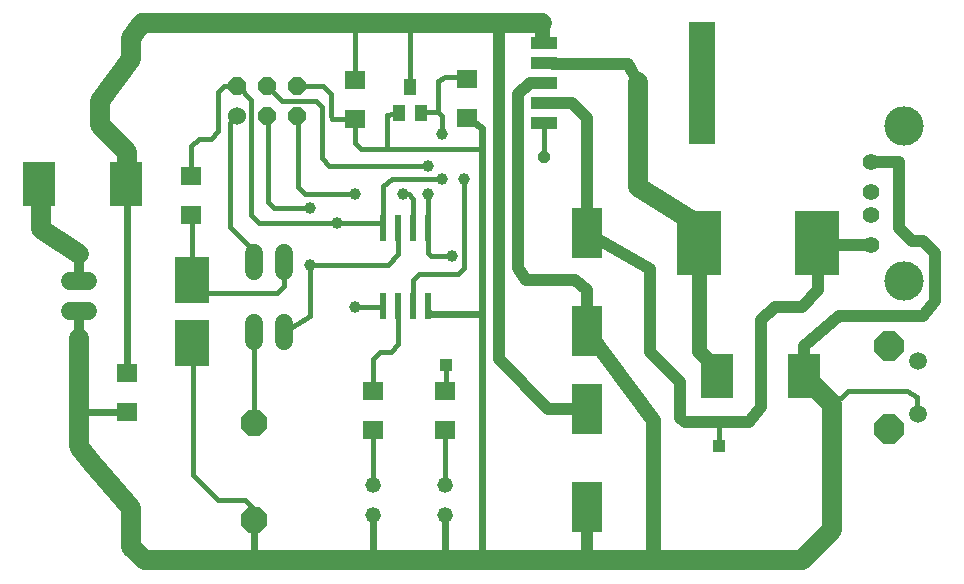
<source format=gtl>
G75*
G70*
%OFA0B0*%
%FSLAX24Y24*%
%IPPOS*%
%LPD*%
%AMOC8*
5,1,8,0,0,1.08239X$1,22.5*
%
%ADD10R,0.0236X0.0900*%
%ADD11R,0.0850X0.0420*%
%ADD12R,0.0850X0.4100*%
%ADD13R,0.1100X0.1500*%
%ADD14C,0.0520*%
%ADD15R,0.0709X0.0630*%
%ADD16R,0.0394X0.0551*%
%ADD17C,0.0600*%
%ADD18OC8,0.0600*%
%ADD19C,0.0600*%
%ADD20C,0.0560*%
%ADD21C,0.1310*%
%ADD22R,0.1516X0.2165*%
%ADD23R,0.0984X0.1693*%
%ADD24C,0.0591*%
%ADD25OC8,0.0984*%
%ADD26OC8,0.0850*%
%ADD27R,0.1181X0.1575*%
%ADD28C,0.0240*%
%ADD29C,0.0400*%
%ADD30C,0.0500*%
%ADD31C,0.0660*%
%ADD32C,0.0160*%
%ADD33C,0.0320*%
%ADD34C,0.0396*%
%ADD35OC8,0.0396*%
%ADD36R,0.0396X0.0396*%
D10*
X012654Y009212D03*
X013154Y009212D03*
X013654Y009212D03*
X014154Y009212D03*
X014154Y011834D03*
X013654Y011834D03*
X013154Y011834D03*
X012654Y011834D03*
D11*
X018020Y015310D03*
X018020Y015980D03*
X018020Y016650D03*
X018020Y017320D03*
X018020Y017990D03*
D12*
X023275Y016650D03*
D13*
X023782Y006876D03*
X026682Y006876D03*
X004090Y013280D03*
X001190Y013280D03*
D14*
X012300Y003250D03*
X012300Y002250D03*
X014700Y002250D03*
X014700Y003250D03*
D15*
X014700Y005099D03*
X014700Y006401D03*
X012300Y006401D03*
X012300Y005099D03*
X004100Y005699D03*
X004100Y007001D03*
X006250Y012249D03*
X006250Y013551D03*
X011700Y015449D03*
X011700Y016751D03*
X015453Y016801D03*
X015453Y015499D03*
D16*
X013918Y015667D03*
X013170Y015667D03*
X013544Y016533D03*
D17*
X007785Y015550D03*
D18*
X008785Y015550D03*
X009785Y015550D03*
X009785Y016550D03*
X008785Y016550D03*
X007785Y016550D03*
D19*
X008350Y010988D02*
X008350Y010388D01*
X009350Y010388D02*
X009350Y010988D01*
X009350Y008650D02*
X009350Y008050D01*
X008350Y008050D02*
X008350Y008650D01*
X002800Y009050D02*
X002200Y009050D01*
X002200Y010050D02*
X002800Y010050D01*
D20*
X028924Y011262D03*
X028924Y012242D03*
X028924Y013032D03*
X028924Y014012D03*
D21*
X029994Y015222D03*
X029994Y010052D03*
D22*
X027097Y011312D03*
X023180Y011312D03*
D23*
X019450Y011653D03*
X019450Y008385D03*
X019450Y005797D03*
X019450Y002530D03*
D24*
X030476Y005615D03*
X030476Y007387D03*
D25*
X029492Y007879D03*
X029492Y005123D03*
D26*
X008350Y005334D03*
X008350Y002105D03*
D27*
X006281Y007995D03*
X006281Y010081D03*
D28*
X004100Y007001D02*
X004100Y013250D01*
X014166Y008950D02*
X015950Y008950D01*
X015950Y000850D01*
X014700Y000850D02*
X014700Y002250D01*
X012300Y002250D02*
X012300Y000750D01*
X008350Y000700D02*
X008350Y002105D01*
X004100Y005699D02*
X002500Y005699D01*
X002500Y005700D01*
X015950Y008950D02*
X015950Y014450D01*
X015950Y015150D01*
X015500Y015450D01*
D29*
X017150Y016300D02*
X017550Y016650D01*
X018020Y016650D01*
X017150Y016300D02*
X017150Y010500D01*
X017400Y010100D01*
X019050Y010100D01*
X019450Y009750D01*
X019450Y008385D01*
X021550Y007700D02*
X022550Y006700D01*
X022550Y005500D01*
X022700Y005350D01*
X024850Y005350D01*
X025250Y005850D01*
X025250Y008700D01*
X025250Y008750D02*
X025700Y009200D01*
X026600Y009200D01*
X027150Y009750D01*
X027150Y010700D01*
X027250Y010700D02*
X027250Y011150D01*
X027200Y011200D01*
X027230Y011245D02*
X028907Y011245D01*
X028924Y011262D01*
X029825Y011835D02*
X029825Y014010D01*
X029820Y014015D01*
X028925Y014015D01*
X029830Y011830D02*
X029850Y011830D01*
X030280Y011400D01*
X030640Y011400D01*
X031050Y010990D01*
X031050Y009400D01*
X030650Y008900D01*
X027850Y008900D01*
X026682Y007882D01*
X026682Y006876D01*
X021550Y007700D02*
X021550Y010453D01*
X019450Y011653D01*
X019450Y011700D02*
X019450Y015500D01*
X018950Y016000D01*
X018040Y016000D01*
X018020Y015980D01*
X018020Y017320D02*
X018490Y017300D01*
X020800Y017300D01*
X021150Y016700D01*
X016500Y018600D02*
X016500Y007450D01*
X018150Y005800D01*
X019400Y005800D01*
X019450Y002530D02*
X019450Y000700D01*
X023180Y011312D02*
X023180Y011920D01*
D30*
X023180Y011312D02*
X023180Y007720D01*
X023600Y007300D01*
X023600Y007058D01*
X023782Y006876D01*
X021650Y005435D02*
X021650Y000800D01*
X021650Y005435D02*
X019450Y008385D01*
X017950Y018050D02*
X017950Y018650D01*
D31*
X004250Y002500D02*
X004250Y001200D01*
X004700Y000750D01*
X026600Y000750D01*
X027600Y001750D01*
X027600Y004400D01*
X027600Y004300D02*
X027600Y005958D01*
X026682Y006876D01*
X023180Y011920D02*
X021150Y013200D01*
X021150Y016700D01*
X017950Y018650D02*
X013545Y018650D01*
X004600Y018650D01*
X004250Y018150D01*
X004250Y017450D01*
X003200Y016050D01*
X003200Y015250D01*
X004100Y014350D01*
X004100Y013400D01*
X001250Y013280D02*
X001250Y011800D01*
X002500Y010950D01*
X002500Y008150D02*
X002500Y005700D01*
X002500Y004550D01*
X002550Y004500D02*
X002950Y004000D01*
X004250Y002500D01*
D32*
X006300Y003600D02*
X006300Y007800D01*
X008350Y008350D02*
X008350Y005600D01*
X006300Y003600D02*
X007150Y002750D01*
X008050Y002750D01*
X008350Y002450D01*
X008350Y002105D01*
X012305Y003255D02*
X012300Y005099D01*
X012300Y006450D02*
X012300Y007450D01*
X012550Y007700D01*
X012900Y007700D01*
X013150Y007950D01*
X013150Y009208D01*
X013154Y009212D01*
X013650Y009208D02*
X013654Y009212D01*
X013650Y009258D01*
X013650Y010100D01*
X013850Y010300D01*
X015150Y010300D01*
X015350Y010500D01*
X015350Y013450D01*
X014600Y013450D02*
X012950Y013450D01*
X012650Y013220D01*
X012650Y012000D01*
X011100Y012000D01*
X008500Y012000D01*
X008250Y012250D01*
X008250Y016100D01*
X007800Y016550D01*
X007350Y016550D01*
X007150Y016350D01*
X007150Y015050D01*
X006900Y014800D01*
X006500Y014800D01*
X006250Y014550D01*
X006250Y013551D01*
X006250Y012249D02*
X006281Y012199D01*
X006281Y010081D01*
X006300Y009800D02*
X006300Y009700D01*
X006650Y009700D01*
X006650Y009650D01*
X009100Y009650D01*
X009350Y009900D01*
X009350Y010650D01*
X010200Y010600D02*
X012800Y010600D01*
X013150Y010950D01*
X013150Y011830D01*
X013154Y011834D01*
X013650Y011838D02*
X013650Y012800D01*
X013500Y012950D01*
X013300Y012950D01*
X014150Y012950D02*
X014150Y012200D01*
X014154Y011834D02*
X014150Y011830D01*
X014150Y011000D01*
X014250Y010900D01*
X014950Y010900D01*
X013654Y011834D02*
X013650Y011838D01*
X011700Y012950D02*
X010050Y012950D01*
X009800Y013200D01*
X009800Y015535D01*
X009785Y015550D01*
X009285Y016050D02*
X010400Y016050D01*
X010600Y015850D01*
X010600Y014150D01*
X010850Y013900D01*
X014150Y013900D01*
X012785Y014455D02*
X012780Y015601D01*
X013170Y015667D01*
X013918Y015667D02*
X013996Y015675D01*
X014485Y015675D01*
X014595Y015565D01*
X014595Y014980D01*
X014485Y015675D02*
X014485Y016710D01*
X014700Y016850D01*
X015400Y016850D01*
X015350Y016850D02*
X015500Y016800D01*
X015350Y016850D02*
X015200Y016750D01*
X013545Y016677D02*
X013545Y018650D01*
X011700Y018600D02*
X011700Y016751D01*
X010900Y016300D02*
X010650Y016550D01*
X009785Y016550D01*
X009785Y016550D01*
X009285Y016050D02*
X008785Y016550D01*
X008785Y015550D02*
X008800Y015535D01*
X008800Y012700D01*
X009000Y012500D01*
X010200Y012500D01*
X008350Y011050D02*
X008350Y010700D01*
X008350Y011050D02*
X007550Y011850D01*
X007550Y015315D01*
X007785Y015550D01*
X010900Y015550D02*
X010950Y015450D01*
X011650Y015450D01*
X011700Y015449D02*
X011700Y014650D01*
X011900Y014450D01*
X012785Y014455D01*
X015950Y014450D01*
X018000Y014200D02*
X018000Y015350D01*
X013544Y016533D02*
X013545Y016677D01*
X010900Y016300D02*
X010900Y015550D01*
X010200Y010600D02*
X010200Y008900D01*
X009350Y008350D01*
X011700Y009200D02*
X012650Y009200D01*
X014154Y009212D02*
X014166Y008950D01*
X014750Y007250D02*
X014750Y006451D01*
X014700Y006401D01*
X014700Y005099D02*
X014700Y003250D01*
X023850Y004550D02*
X023850Y005300D01*
X027600Y005958D02*
X027658Y005958D01*
X028100Y006350D01*
X028150Y006400D01*
X030100Y006400D01*
X030450Y006200D01*
X030450Y006192D02*
X030476Y005615D01*
D33*
X002500Y008150D02*
X002500Y009050D01*
X002500Y010050D02*
X002500Y010950D01*
X001250Y013280D02*
X001190Y013280D01*
D34*
X010200Y012500D03*
X011100Y012000D03*
X011700Y012950D03*
X013300Y012950D03*
X014150Y012950D03*
X014600Y013450D03*
X014150Y013900D03*
X015350Y013450D03*
X014600Y014950D03*
X014950Y010900D03*
X011700Y009200D03*
X010200Y010600D03*
D35*
X018000Y014200D03*
D36*
X014750Y007250D03*
X023850Y004550D03*
M02*

</source>
